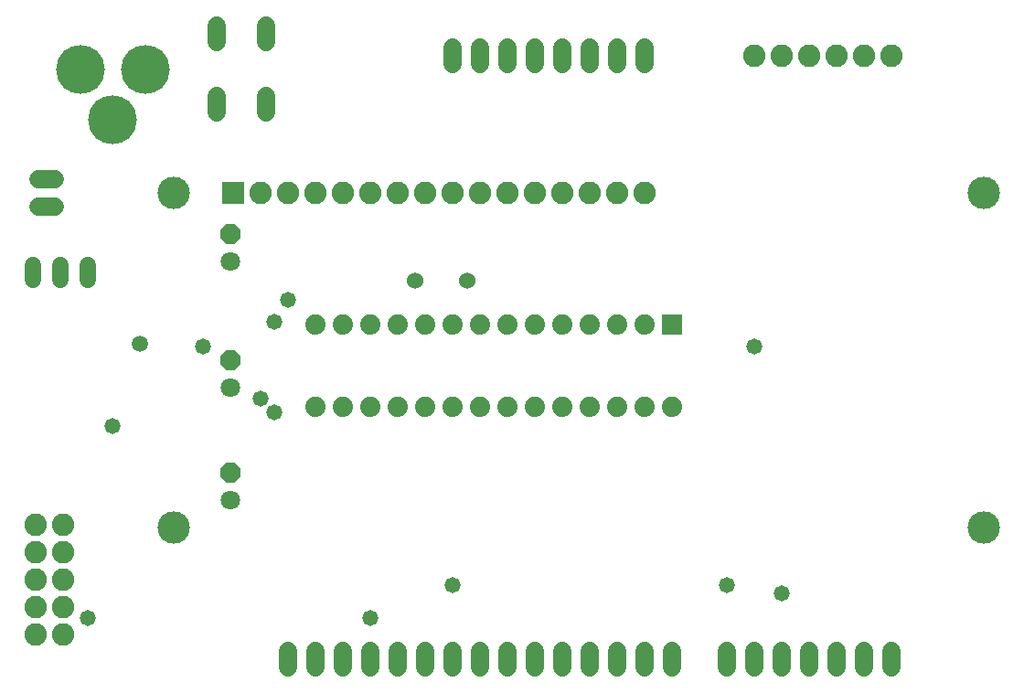
<source format=gbs>
G75*
%MOIN*%
%OFA0B0*%
%FSLAX25Y25*%
%IPPOS*%
%LPD*%
%AMOC8*
5,1,8,0,0,1.08239X$1,22.5*
%
%ADD10R,0.07400X0.07400*%
%ADD11C,0.07400*%
%ADD12C,0.06000*%
%ADD13C,0.06800*%
%ADD14OC8,0.07100*%
%ADD15C,0.07100*%
%ADD16C,0.06000*%
%ADD17R,0.08200X0.08200*%
%ADD18C,0.08200*%
%ADD19C,0.11824*%
%ADD20C,0.17800*%
%ADD21C,0.05950*%
%ADD22C,0.05800*%
D10*
X0251300Y0139500D03*
D11*
X0241300Y0139500D03*
X0231300Y0139500D03*
X0221300Y0139500D03*
X0211300Y0139500D03*
X0201300Y0139500D03*
X0191300Y0139500D03*
X0181300Y0139500D03*
X0171300Y0139500D03*
X0161300Y0139500D03*
X0151300Y0139500D03*
X0141300Y0139500D03*
X0131300Y0139500D03*
X0121300Y0139500D03*
X0121300Y0109500D03*
X0131300Y0109500D03*
X0141300Y0109500D03*
X0151300Y0109500D03*
X0161300Y0109500D03*
X0171300Y0109500D03*
X0181300Y0109500D03*
X0191300Y0109500D03*
X0201300Y0109500D03*
X0211300Y0109500D03*
X0221300Y0109500D03*
X0231300Y0109500D03*
X0241300Y0109500D03*
X0251300Y0109500D03*
D12*
X0176800Y0155500D03*
X0157800Y0155500D03*
D13*
X0103200Y0216700D02*
X0103200Y0222700D01*
X0085400Y0222700D02*
X0085400Y0216700D01*
X0085400Y0242300D02*
X0085400Y0248300D01*
X0103200Y0248300D02*
X0103200Y0242300D01*
X0171300Y0240500D02*
X0171300Y0234500D01*
X0181300Y0234500D02*
X0181300Y0240500D01*
X0191300Y0240500D02*
X0191300Y0234500D01*
X0201300Y0234500D02*
X0201300Y0240500D01*
X0211300Y0240500D02*
X0211300Y0234500D01*
X0221300Y0234500D02*
X0221300Y0240500D01*
X0231300Y0240500D02*
X0231300Y0234500D01*
X0241300Y0234500D02*
X0241300Y0240500D01*
X0026300Y0192500D02*
X0020300Y0192500D01*
X0020300Y0182500D02*
X0026300Y0182500D01*
X0111300Y0020500D02*
X0111300Y0014500D01*
X0121300Y0014500D02*
X0121300Y0020500D01*
X0131300Y0020500D02*
X0131300Y0014500D01*
X0141300Y0014500D02*
X0141300Y0020500D01*
X0151300Y0020500D02*
X0151300Y0014500D01*
X0161300Y0014500D02*
X0161300Y0020500D01*
X0171300Y0020500D02*
X0171300Y0014500D01*
X0181300Y0014500D02*
X0181300Y0020500D01*
X0191300Y0020500D02*
X0191300Y0014500D01*
X0201300Y0014500D02*
X0201300Y0020500D01*
X0211300Y0020500D02*
X0211300Y0014500D01*
X0221300Y0014500D02*
X0221300Y0020500D01*
X0231300Y0020500D02*
X0231300Y0014500D01*
X0241300Y0014500D02*
X0241300Y0020500D01*
X0251300Y0020500D02*
X0251300Y0014500D01*
X0271300Y0014500D02*
X0271300Y0020500D01*
X0281300Y0020500D02*
X0281300Y0014500D01*
X0291300Y0014500D02*
X0291300Y0020500D01*
X0301300Y0020500D02*
X0301300Y0014500D01*
X0311300Y0014500D02*
X0311300Y0020500D01*
X0321300Y0020500D02*
X0321300Y0014500D01*
X0331300Y0014500D02*
X0331300Y0020500D01*
D14*
X0090300Y0085500D03*
X0090300Y0126500D03*
X0090300Y0172500D03*
D15*
X0090300Y0162500D03*
X0090300Y0116500D03*
X0090300Y0075500D03*
D16*
X0038300Y0155900D02*
X0038300Y0161100D01*
X0028300Y0161100D02*
X0028300Y0155900D01*
X0018300Y0155900D02*
X0018300Y0161100D01*
D17*
X0091316Y0187524D03*
D18*
X0019300Y0026500D03*
X0029300Y0026500D03*
X0029300Y0036500D03*
X0019300Y0036500D03*
X0019300Y0046500D03*
X0029300Y0046500D03*
X0029300Y0056500D03*
X0019300Y0056500D03*
X0019300Y0066500D03*
X0029300Y0066500D03*
X0101316Y0187524D03*
X0111316Y0187524D03*
X0121316Y0187524D03*
X0131316Y0187524D03*
X0141316Y0187524D03*
X0151316Y0187524D03*
X0161316Y0187524D03*
X0171316Y0187524D03*
X0181316Y0187524D03*
X0191316Y0187524D03*
X0201316Y0187524D03*
X0211316Y0187524D03*
X0221316Y0187524D03*
X0231316Y0187524D03*
X0241316Y0187524D03*
X0281300Y0237500D03*
X0291300Y0237500D03*
X0301300Y0237500D03*
X0311300Y0237500D03*
X0321300Y0237500D03*
X0331300Y0237500D03*
D19*
X0364938Y0187524D03*
X0364938Y0065476D03*
X0069662Y0065476D03*
X0069662Y0187524D03*
D20*
X0047426Y0213996D03*
X0059237Y0232500D03*
X0035615Y0232500D03*
D21*
X0057300Y0132500D03*
D22*
X0080300Y0131500D03*
X0106300Y0140500D03*
X0111300Y0148500D03*
X0101200Y0112500D03*
X0106300Y0107500D03*
X0047300Y0102500D03*
X0038300Y0032500D03*
X0141300Y0032500D03*
X0171300Y0044500D03*
X0271300Y0044500D03*
X0291300Y0041500D03*
X0281300Y0131500D03*
M02*

</source>
